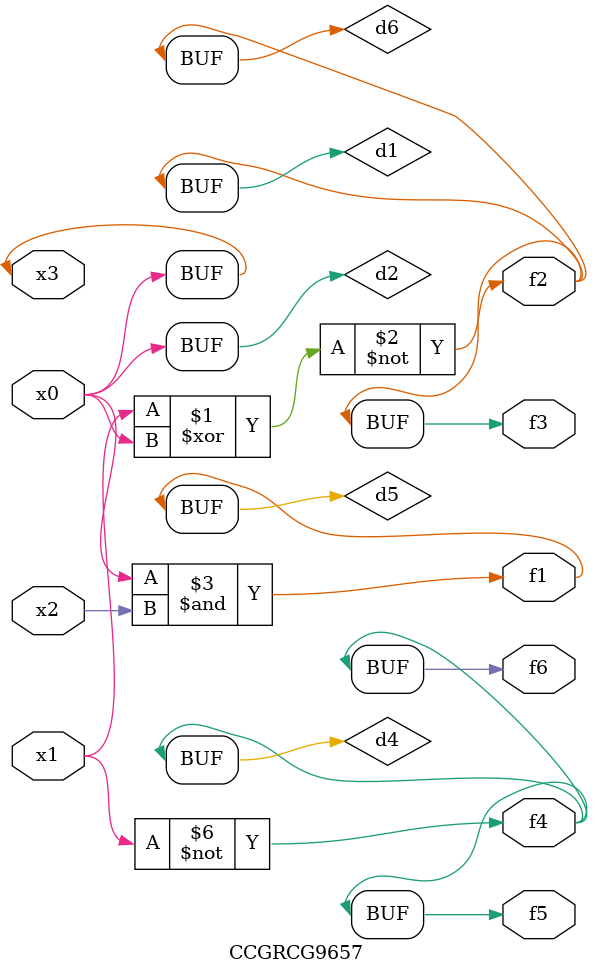
<source format=v>
module CCGRCG9657(
	input x0, x1, x2, x3,
	output f1, f2, f3, f4, f5, f6
);

	wire d1, d2, d3, d4, d5, d6;

	xnor (d1, x1, x3);
	buf (d2, x0, x3);
	nand (d3, x0, x2);
	not (d4, x1);
	nand (d5, d3);
	or (d6, d1);
	assign f1 = d5;
	assign f2 = d6;
	assign f3 = d6;
	assign f4 = d4;
	assign f5 = d4;
	assign f6 = d4;
endmodule

</source>
